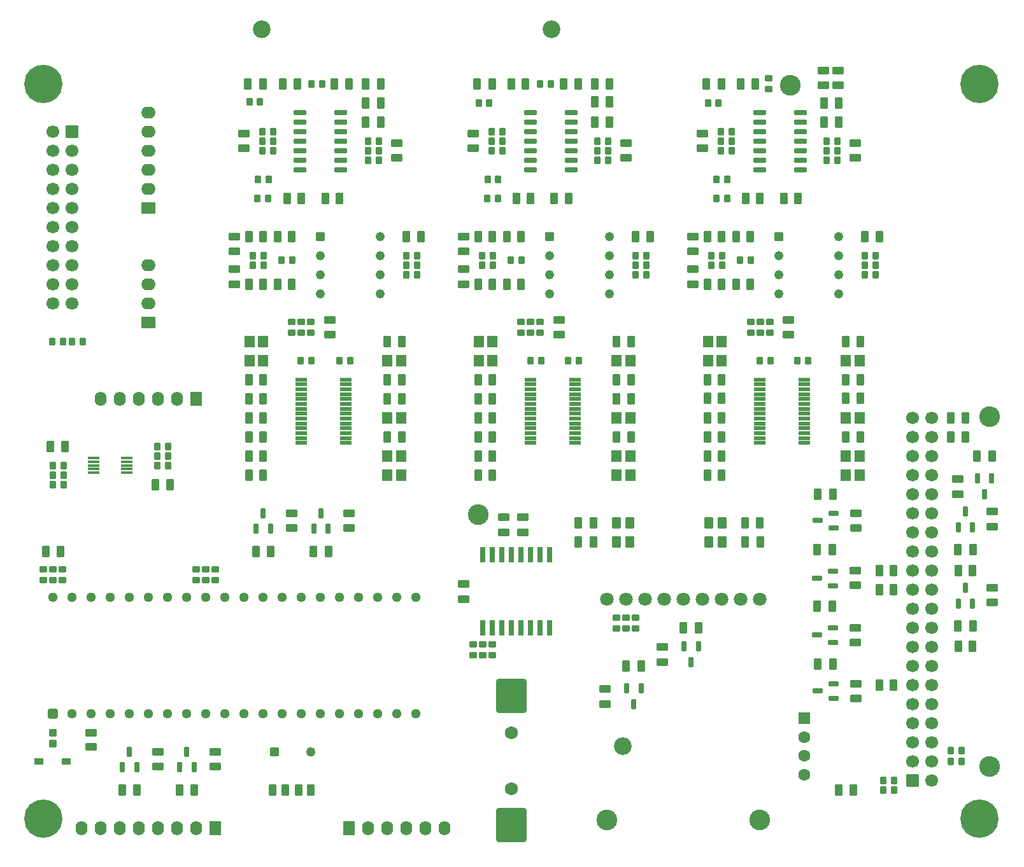
<source format=gts>
G04*
G04 #@! TF.GenerationSoftware,Altium Limited,Altium Designer,24.0.1 (36)*
G04*
G04 Layer_Color=8388736*
%FSLAX25Y25*%
%MOIN*%
G70*
G04*
G04 #@! TF.SameCoordinates,6CE9B50B-F2D6-4DCE-9069-AC167603FEEC*
G04*
G04*
G04 #@! TF.FilePolarity,Negative*
G04*
G01*
G75*
G04:AMPARAMS|DCode=30|XSize=51.18mil|YSize=29.53mil|CornerRadius=4.53mil|HoleSize=0mil|Usage=FLASHONLY|Rotation=270.000|XOffset=0mil|YOffset=0mil|HoleType=Round|Shape=RoundedRectangle|*
%AMROUNDEDRECTD30*
21,1,0.05118,0.02047,0,0,270.0*
21,1,0.04213,0.02953,0,0,270.0*
1,1,0.00906,-0.01024,-0.02106*
1,1,0.00906,-0.01024,0.02106*
1,1,0.00906,0.01024,0.02106*
1,1,0.00906,0.01024,-0.02106*
%
%ADD30ROUNDEDRECTD30*%
G04:AMPARAMS|DCode=31|XSize=51.18mil|YSize=29.53mil|CornerRadius=4.53mil|HoleSize=0mil|Usage=FLASHONLY|Rotation=180.000|XOffset=0mil|YOffset=0mil|HoleType=Round|Shape=RoundedRectangle|*
%AMROUNDEDRECTD31*
21,1,0.05118,0.02047,0,0,180.0*
21,1,0.04213,0.02953,0,0,180.0*
1,1,0.00906,-0.02106,0.01024*
1,1,0.00906,0.02106,0.01024*
1,1,0.00906,0.02106,-0.01024*
1,1,0.00906,-0.02106,-0.01024*
%
%ADD31ROUNDEDRECTD31*%
G04:AMPARAMS|DCode=32|XSize=63.98mil|YSize=29.53mil|CornerRadius=4.53mil|HoleSize=0mil|Usage=FLASHONLY|Rotation=0.000|XOffset=0mil|YOffset=0mil|HoleType=Round|Shape=RoundedRectangle|*
%AMROUNDEDRECTD32*
21,1,0.06398,0.02047,0,0,0.0*
21,1,0.05492,0.02953,0,0,0.0*
1,1,0.00906,0.02746,-0.01024*
1,1,0.00906,-0.02746,-0.01024*
1,1,0.00906,-0.02746,0.01024*
1,1,0.00906,0.02746,0.01024*
%
%ADD32ROUNDEDRECTD32*%
G04:AMPARAMS|DCode=33|XSize=80.71mil|YSize=29.53mil|CornerRadius=4.53mil|HoleSize=0mil|Usage=FLASHONLY|Rotation=90.000|XOffset=0mil|YOffset=0mil|HoleType=Round|Shape=RoundedRectangle|*
%AMROUNDEDRECTD33*
21,1,0.08071,0.02047,0,0,90.0*
21,1,0.07165,0.02953,0,0,90.0*
1,1,0.00906,0.01024,0.03583*
1,1,0.00906,0.01024,-0.03583*
1,1,0.00906,-0.01024,-0.03583*
1,1,0.00906,-0.01024,0.03583*
%
%ADD33ROUNDEDRECTD33*%
G04:AMPARAMS|DCode=34|XSize=62.01mil|YSize=21.65mil|CornerRadius=3.74mil|HoleSize=0mil|Usage=FLASHONLY|Rotation=0.000|XOffset=0mil|YOffset=0mil|HoleType=Round|Shape=RoundedRectangle|*
%AMROUNDEDRECTD34*
21,1,0.06201,0.01417,0,0,0.0*
21,1,0.05453,0.02165,0,0,0.0*
1,1,0.00748,0.02726,-0.00709*
1,1,0.00748,-0.02726,-0.00709*
1,1,0.00748,-0.02726,0.00709*
1,1,0.00748,0.02726,0.00709*
%
%ADD34ROUNDEDRECTD34*%
G04:AMPARAMS|DCode=35|XSize=59.06mil|YSize=15.75mil|CornerRadius=3.15mil|HoleSize=0mil|Usage=FLASHONLY|Rotation=0.000|XOffset=0mil|YOffset=0mil|HoleType=Round|Shape=RoundedRectangle|*
%AMROUNDEDRECTD35*
21,1,0.05906,0.00945,0,0,0.0*
21,1,0.05276,0.01575,0,0,0.0*
1,1,0.00630,0.02638,-0.00472*
1,1,0.00630,-0.02638,-0.00472*
1,1,0.00630,-0.02638,0.00472*
1,1,0.00630,0.02638,0.00472*
%
%ADD35ROUNDEDRECTD35*%
G04:AMPARAMS|DCode=36|XSize=49.21mil|YSize=35.43mil|CornerRadius=5.12mil|HoleSize=0mil|Usage=FLASHONLY|Rotation=180.000|XOffset=0mil|YOffset=0mil|HoleType=Round|Shape=RoundedRectangle|*
%AMROUNDEDRECTD36*
21,1,0.04921,0.02520,0,0,180.0*
21,1,0.03898,0.03543,0,0,180.0*
1,1,0.01024,-0.01949,0.01260*
1,1,0.01024,0.01949,0.01260*
1,1,0.01024,0.01949,-0.01260*
1,1,0.01024,-0.01949,-0.01260*
%
%ADD36ROUNDEDRECTD36*%
G04:AMPARAMS|DCode=37|XSize=61.02mil|YSize=43.31mil|CornerRadius=5.91mil|HoleSize=0mil|Usage=FLASHONLY|Rotation=90.000|XOffset=0mil|YOffset=0mil|HoleType=Round|Shape=RoundedRectangle|*
%AMROUNDEDRECTD37*
21,1,0.06102,0.03150,0,0,90.0*
21,1,0.04921,0.04331,0,0,90.0*
1,1,0.01181,0.01575,0.02461*
1,1,0.01181,0.01575,-0.02461*
1,1,0.01181,-0.01575,-0.02461*
1,1,0.01181,-0.01575,0.02461*
%
%ADD37ROUNDEDRECTD37*%
G04:AMPARAMS|DCode=38|XSize=61.02mil|YSize=43.31mil|CornerRadius=5.91mil|HoleSize=0mil|Usage=FLASHONLY|Rotation=180.000|XOffset=0mil|YOffset=0mil|HoleType=Round|Shape=RoundedRectangle|*
%AMROUNDEDRECTD38*
21,1,0.06102,0.03150,0,0,180.0*
21,1,0.04921,0.04331,0,0,180.0*
1,1,0.01181,-0.02461,0.01575*
1,1,0.01181,0.02461,0.01575*
1,1,0.01181,0.02461,-0.01575*
1,1,0.01181,-0.02461,-0.01575*
%
%ADD38ROUNDEDRECTD38*%
G04:AMPARAMS|DCode=39|XSize=58.66mil|YSize=41.73mil|CornerRadius=5.75mil|HoleSize=0mil|Usage=FLASHONLY|Rotation=270.000|XOffset=0mil|YOffset=0mil|HoleType=Round|Shape=RoundedRectangle|*
%AMROUNDEDRECTD39*
21,1,0.05866,0.03024,0,0,270.0*
21,1,0.04717,0.04173,0,0,270.0*
1,1,0.01150,-0.01512,-0.02358*
1,1,0.01150,-0.01512,0.02358*
1,1,0.01150,0.01512,0.02358*
1,1,0.01150,0.01512,-0.02358*
%
%ADD39ROUNDEDRECTD39*%
G04:AMPARAMS|DCode=40|XSize=40.95mil|YSize=35.43mil|CornerRadius=5.12mil|HoleSize=0mil|Usage=FLASHONLY|Rotation=0.000|XOffset=0mil|YOffset=0mil|HoleType=Round|Shape=RoundedRectangle|*
%AMROUNDEDRECTD40*
21,1,0.04095,0.02520,0,0,0.0*
21,1,0.03071,0.03543,0,0,0.0*
1,1,0.01024,0.01535,-0.01260*
1,1,0.01024,-0.01535,-0.01260*
1,1,0.01024,-0.01535,0.01260*
1,1,0.01024,0.01535,0.01260*
%
%ADD40ROUNDEDRECTD40*%
G04:AMPARAMS|DCode=41|XSize=40.95mil|YSize=35.43mil|CornerRadius=5.12mil|HoleSize=0mil|Usage=FLASHONLY|Rotation=90.000|XOffset=0mil|YOffset=0mil|HoleType=Round|Shape=RoundedRectangle|*
%AMROUNDEDRECTD41*
21,1,0.04095,0.02520,0,0,90.0*
21,1,0.03071,0.03543,0,0,90.0*
1,1,0.01024,0.01260,0.01535*
1,1,0.01024,0.01260,-0.01535*
1,1,0.01024,-0.01260,-0.01535*
1,1,0.01024,-0.01260,0.01535*
%
%ADD41ROUNDEDRECTD41*%
G04:AMPARAMS|DCode=42|XSize=181.1mil|YSize=161.42mil|CornerRadius=17.72mil|HoleSize=0mil|Usage=FLASHONLY|Rotation=90.000|XOffset=0mil|YOffset=0mil|HoleType=Round|Shape=RoundedRectangle|*
%AMROUNDEDRECTD42*
21,1,0.18110,0.12598,0,0,90.0*
21,1,0.14567,0.16142,0,0,90.0*
1,1,0.03543,0.06299,0.07284*
1,1,0.03543,0.06299,-0.07284*
1,1,0.03543,-0.06299,-0.07284*
1,1,0.03543,-0.06299,0.07284*
%
%ADD42ROUNDEDRECTD42*%
%ADD43R,0.05512X0.06299*%
G04:AMPARAMS|DCode=44|XSize=41.34mil|YSize=41.34mil|CornerRadius=6.64mil|HoleSize=0mil|Usage=FLASHONLY|Rotation=270.000|XOffset=0mil|YOffset=0mil|HoleType=Round|Shape=RoundedRectangle|*
%AMROUNDEDRECTD44*
21,1,0.04134,0.02805,0,0,270.0*
21,1,0.02805,0.04134,0,0,270.0*
1,1,0.01329,-0.01403,-0.01403*
1,1,0.01329,-0.01403,0.01403*
1,1,0.01329,0.01403,0.01403*
1,1,0.01329,0.01403,-0.01403*
%
%ADD44ROUNDEDRECTD44*%
G04:AMPARAMS|DCode=45|XSize=47.24mil|YSize=59.06mil|CornerRadius=7.38mil|HoleSize=0mil|Usage=FLASHONLY|Rotation=180.000|XOffset=0mil|YOffset=0mil|HoleType=Round|Shape=RoundedRectangle|*
%AMROUNDEDRECTD45*
21,1,0.04724,0.04429,0,0,180.0*
21,1,0.03248,0.05906,0,0,180.0*
1,1,0.01476,-0.01624,0.02215*
1,1,0.01476,0.01624,0.02215*
1,1,0.01476,0.01624,-0.02215*
1,1,0.01476,-0.01624,-0.02215*
%
%ADD45ROUNDEDRECTD45*%
G04:AMPARAMS|DCode=46|XSize=50.55mil|YSize=50.55mil|CornerRadius=6.63mil|HoleSize=0mil|Usage=FLASHONLY|Rotation=90.000|XOffset=0mil|YOffset=0mil|HoleType=Round|Shape=RoundedRectangle|*
%AMROUNDEDRECTD46*
21,1,0.05055,0.03729,0,0,90.0*
21,1,0.03729,0.05055,0,0,90.0*
1,1,0.01326,0.01865,0.01865*
1,1,0.01326,0.01865,-0.01865*
1,1,0.01326,-0.01865,-0.01865*
1,1,0.01326,-0.01865,0.01865*
%
%ADD46ROUNDEDRECTD46*%
%ADD47C,0.05055*%
G04:AMPARAMS|DCode=48|XSize=48.42mil|YSize=48.42mil|CornerRadius=6.42mil|HoleSize=0mil|Usage=FLASHONLY|Rotation=0.000|XOffset=0mil|YOffset=0mil|HoleType=Round|Shape=RoundedRectangle|*
%AMROUNDEDRECTD48*
21,1,0.04842,0.03559,0,0,0.0*
21,1,0.03559,0.04842,0,0,0.0*
1,1,0.01284,0.01780,-0.01780*
1,1,0.01284,-0.01780,-0.01780*
1,1,0.01284,-0.01780,0.01780*
1,1,0.01284,0.01780,0.01780*
%
%ADD48ROUNDEDRECTD48*%
%ADD49C,0.04842*%
%ADD50C,0.07087*%
%ADD51C,0.10843*%
G04:AMPARAMS|DCode=52|XSize=49.41mil|YSize=49.41mil|CornerRadius=6.52mil|HoleSize=0mil|Usage=FLASHONLY|Rotation=0.000|XOffset=0mil|YOffset=0mil|HoleType=Round|Shape=RoundedRectangle|*
%AMROUNDEDRECTD52*
21,1,0.04941,0.03638,0,0,0.0*
21,1,0.03638,0.04941,0,0,0.0*
1,1,0.01303,0.01819,-0.01819*
1,1,0.01303,-0.01819,-0.01819*
1,1,0.01303,-0.01819,0.01819*
1,1,0.01303,0.01819,0.01819*
%
%ADD52ROUNDEDRECTD52*%
%ADD53C,0.04941*%
G04:AMPARAMS|DCode=54|XSize=62.99mil|YSize=62.99mil|CornerRadius=7.87mil|HoleSize=0mil|Usage=FLASHONLY|Rotation=270.000|XOffset=0mil|YOffset=0mil|HoleType=Round|Shape=RoundedRectangle|*
%AMROUNDEDRECTD54*
21,1,0.06299,0.04724,0,0,270.0*
21,1,0.04724,0.06299,0,0,270.0*
1,1,0.01575,-0.02362,-0.02362*
1,1,0.01575,-0.02362,0.02362*
1,1,0.01575,0.02362,0.02362*
1,1,0.01575,0.02362,-0.02362*
%
%ADD54ROUNDEDRECTD54*%
%ADD55C,0.06299*%
%ADD56C,0.06906*%
%ADD57C,0.09268*%
%ADD58O,0.06299X0.07480*%
G04:AMPARAMS|DCode=59|XSize=62.99mil|YSize=74.8mil|CornerRadius=9.35mil|HoleSize=0mil|Usage=FLASHONLY|Rotation=0.000|XOffset=0mil|YOffset=0mil|HoleType=Round|Shape=RoundedRectangle|*
%AMROUNDEDRECTD59*
21,1,0.06299,0.05610,0,0,0.0*
21,1,0.04429,0.07480,0,0,0.0*
1,1,0.01870,0.02215,-0.02805*
1,1,0.01870,-0.02215,-0.02805*
1,1,0.01870,-0.02215,0.02805*
1,1,0.01870,0.02215,0.02805*
%
%ADD59ROUNDEDRECTD59*%
%ADD60C,0.06693*%
G04:AMPARAMS|DCode=61|XSize=66.93mil|YSize=66.93mil|CornerRadius=8.27mil|HoleSize=0mil|Usage=FLASHONLY|Rotation=270.000|XOffset=0mil|YOffset=0mil|HoleType=Round|Shape=RoundedRectangle|*
%AMROUNDEDRECTD61*
21,1,0.06693,0.05039,0,0,270.0*
21,1,0.05039,0.06693,0,0,270.0*
1,1,0.01654,-0.02520,-0.02520*
1,1,0.01654,-0.02520,0.02520*
1,1,0.01654,0.02520,0.02520*
1,1,0.01654,0.02520,-0.02520*
%
%ADD61ROUNDEDRECTD61*%
%ADD62O,0.07480X0.06299*%
G04:AMPARAMS|DCode=63|XSize=62.99mil|YSize=74.8mil|CornerRadius=7.87mil|HoleSize=0mil|Usage=FLASHONLY|Rotation=90.000|XOffset=0mil|YOffset=0mil|HoleType=Round|Shape=RoundedRectangle|*
%AMROUNDEDRECTD63*
21,1,0.06299,0.05906,0,0,90.0*
21,1,0.04724,0.07480,0,0,90.0*
1,1,0.01575,0.02953,0.02362*
1,1,0.01575,0.02953,-0.02362*
1,1,0.01575,-0.02953,-0.02362*
1,1,0.01575,-0.02953,0.02362*
%
%ADD63ROUNDEDRECTD63*%
%ADD64C,0.20079*%
D30*
X353937Y96988D02*
D03*
X350157Y105256D02*
D03*
X357716D02*
D03*
X327716Y83268D02*
D03*
X320157D02*
D03*
X323937Y75000D02*
D03*
X493701Y127602D02*
D03*
X501260D02*
D03*
X497480Y135870D02*
D03*
X56221Y41732D02*
D03*
X63779D02*
D03*
X60000Y50000D02*
D03*
X160197Y175000D02*
D03*
X163976Y166732D02*
D03*
X156417D02*
D03*
X511299Y193268D02*
D03*
X503740D02*
D03*
X507520Y185000D02*
D03*
X493701Y167441D02*
D03*
X501260D02*
D03*
X497480Y175709D02*
D03*
X130000Y175000D02*
D03*
X133780Y166732D02*
D03*
X126221D02*
D03*
X86221Y41732D02*
D03*
X93779D02*
D03*
X90000Y50000D02*
D03*
D31*
X420354Y171063D02*
D03*
X428622Y174843D02*
D03*
Y167283D02*
D03*
X420000Y111063D02*
D03*
X428268Y114842D02*
D03*
Y107283D02*
D03*
X420000Y140709D02*
D03*
X428268Y144488D02*
D03*
Y136929D02*
D03*
X420354Y81732D02*
D03*
X428622Y85512D02*
D03*
Y77953D02*
D03*
D32*
X170677Y385000D02*
D03*
Y380000D02*
D03*
Y375000D02*
D03*
Y370000D02*
D03*
Y365000D02*
D03*
Y360000D02*
D03*
Y355000D02*
D03*
X149323D02*
D03*
Y360000D02*
D03*
Y365000D02*
D03*
Y370000D02*
D03*
Y375000D02*
D03*
Y380000D02*
D03*
Y385000D02*
D03*
X270000D02*
D03*
Y380000D02*
D03*
Y375000D02*
D03*
Y370000D02*
D03*
Y365000D02*
D03*
Y360000D02*
D03*
Y355000D02*
D03*
X291354D02*
D03*
Y360000D02*
D03*
Y365000D02*
D03*
Y370000D02*
D03*
Y375000D02*
D03*
Y380000D02*
D03*
Y385000D02*
D03*
X411354D02*
D03*
Y380000D02*
D03*
Y375000D02*
D03*
Y370000D02*
D03*
Y365000D02*
D03*
Y360000D02*
D03*
Y355000D02*
D03*
X390000D02*
D03*
Y360000D02*
D03*
Y365000D02*
D03*
Y370000D02*
D03*
Y375000D02*
D03*
Y380000D02*
D03*
Y385000D02*
D03*
D33*
X245000Y115000D02*
D03*
X250000D02*
D03*
X255000D02*
D03*
X260000D02*
D03*
X265000D02*
D03*
X270000D02*
D03*
X275000D02*
D03*
X280000D02*
D03*
Y153189D02*
D03*
X275000D02*
D03*
X270000D02*
D03*
X265000D02*
D03*
X260000D02*
D03*
X255000D02*
D03*
X250000D02*
D03*
X245000D02*
D03*
D34*
X150000Y245000D02*
D03*
Y242441D02*
D03*
Y239882D02*
D03*
Y237323D02*
D03*
Y234764D02*
D03*
Y232205D02*
D03*
Y229646D02*
D03*
Y227087D02*
D03*
Y224528D02*
D03*
Y221969D02*
D03*
Y219409D02*
D03*
Y216850D02*
D03*
Y214291D02*
D03*
Y211732D02*
D03*
X173134D02*
D03*
Y214291D02*
D03*
Y216850D02*
D03*
Y219409D02*
D03*
Y221969D02*
D03*
Y224528D02*
D03*
Y227087D02*
D03*
Y229646D02*
D03*
Y232205D02*
D03*
Y234764D02*
D03*
Y237323D02*
D03*
Y239882D02*
D03*
Y242441D02*
D03*
Y245000D02*
D03*
X270000D02*
D03*
Y242441D02*
D03*
Y239882D02*
D03*
Y237323D02*
D03*
Y234764D02*
D03*
Y232205D02*
D03*
Y229646D02*
D03*
Y227087D02*
D03*
Y224528D02*
D03*
Y221969D02*
D03*
Y219409D02*
D03*
Y216850D02*
D03*
Y214291D02*
D03*
Y211732D02*
D03*
X293134D02*
D03*
Y214291D02*
D03*
Y216850D02*
D03*
Y219409D02*
D03*
Y221969D02*
D03*
Y224528D02*
D03*
Y227087D02*
D03*
Y229646D02*
D03*
Y232205D02*
D03*
Y234764D02*
D03*
Y237323D02*
D03*
Y239882D02*
D03*
Y242441D02*
D03*
Y245000D02*
D03*
X390000D02*
D03*
Y242441D02*
D03*
Y239882D02*
D03*
Y237323D02*
D03*
Y234764D02*
D03*
Y232205D02*
D03*
Y229646D02*
D03*
Y227087D02*
D03*
Y224528D02*
D03*
Y221969D02*
D03*
Y219409D02*
D03*
Y216850D02*
D03*
Y214291D02*
D03*
Y211732D02*
D03*
X413134D02*
D03*
Y214291D02*
D03*
Y216850D02*
D03*
Y219409D02*
D03*
Y221969D02*
D03*
Y224528D02*
D03*
Y227087D02*
D03*
Y229646D02*
D03*
Y232205D02*
D03*
Y234764D02*
D03*
Y237323D02*
D03*
Y239882D02*
D03*
Y242441D02*
D03*
Y245000D02*
D03*
D35*
X41339Y203937D02*
D03*
Y201969D02*
D03*
Y200000D02*
D03*
Y198031D02*
D03*
Y196063D02*
D03*
X58661D02*
D03*
Y198031D02*
D03*
Y200000D02*
D03*
Y201969D02*
D03*
Y203937D02*
D03*
D36*
X12433Y45000D02*
D03*
X27000D02*
D03*
D37*
X26142Y210000D02*
D03*
X18661D02*
D03*
X81142Y190000D02*
D03*
X73661D02*
D03*
X23740Y155000D02*
D03*
X16260D02*
D03*
X460000Y85000D02*
D03*
X452520D02*
D03*
X493740Y105256D02*
D03*
X501220D02*
D03*
X460000Y135000D02*
D03*
X452520D02*
D03*
X460000Y145000D02*
D03*
X452520D02*
D03*
X501221Y144961D02*
D03*
X493740D02*
D03*
X497480Y215000D02*
D03*
X490000D02*
D03*
X497480Y225000D02*
D03*
X490000D02*
D03*
X130000Y295000D02*
D03*
X122520D02*
D03*
X145000D02*
D03*
X137520D02*
D03*
X202480Y265000D02*
D03*
X195000D02*
D03*
X202480Y245000D02*
D03*
X195000D02*
D03*
X130000D02*
D03*
X122520D02*
D03*
X202480Y235000D02*
D03*
X195000D02*
D03*
X130000D02*
D03*
X122520D02*
D03*
X162520Y340000D02*
D03*
X170000D02*
D03*
X142520D02*
D03*
X150000D02*
D03*
X130000Y225000D02*
D03*
X122520D02*
D03*
X202480Y215000D02*
D03*
X195000D02*
D03*
X147770Y400000D02*
D03*
X140290D02*
D03*
X130000Y215000D02*
D03*
X122520D02*
D03*
X130000Y205000D02*
D03*
X122520D02*
D03*
X130000Y195000D02*
D03*
X122520D02*
D03*
X130000Y320000D02*
D03*
X122520D02*
D03*
X145000D02*
D03*
X137520D02*
D03*
X205000D02*
D03*
X212480D02*
D03*
X250000Y295000D02*
D03*
X242520D02*
D03*
X265000D02*
D03*
X257520D02*
D03*
X322480Y265000D02*
D03*
X315000D02*
D03*
X322480Y245000D02*
D03*
X315000D02*
D03*
X250000D02*
D03*
X242520D02*
D03*
X322480Y235000D02*
D03*
X315000D02*
D03*
X250000Y234764D02*
D03*
X242520D02*
D03*
X282323Y340000D02*
D03*
X289803D02*
D03*
X262520D02*
D03*
X270000D02*
D03*
X250000Y225000D02*
D03*
X242520D02*
D03*
X322480Y215000D02*
D03*
X315000D02*
D03*
X267284Y400000D02*
D03*
X259803D02*
D03*
X250000Y215000D02*
D03*
X242520D02*
D03*
X250000Y205000D02*
D03*
X242520D02*
D03*
X250000Y195000D02*
D03*
X242520D02*
D03*
X250000Y320000D02*
D03*
X242520D02*
D03*
X265000D02*
D03*
X257520D02*
D03*
X325000D02*
D03*
X332480D02*
D03*
X370000Y295000D02*
D03*
X362520D02*
D03*
X385000D02*
D03*
X377520D02*
D03*
X442480Y265000D02*
D03*
X435000D02*
D03*
X442480Y245000D02*
D03*
X435000D02*
D03*
X370000D02*
D03*
X362520D02*
D03*
X442480Y235059D02*
D03*
X435000D02*
D03*
X370000D02*
D03*
X362520D02*
D03*
X402520Y340000D02*
D03*
X410000D02*
D03*
X382520D02*
D03*
X390000D02*
D03*
X370000Y225000D02*
D03*
X362520D02*
D03*
X442480Y215000D02*
D03*
X435000D02*
D03*
X387480Y400000D02*
D03*
X380000D02*
D03*
X370000Y215000D02*
D03*
X362520D02*
D03*
X370000Y205000D02*
D03*
X362520D02*
D03*
X370000Y195000D02*
D03*
X362520D02*
D03*
X370000Y320000D02*
D03*
X362520D02*
D03*
X385000D02*
D03*
X377520D02*
D03*
X445000D02*
D03*
X452480D02*
D03*
X350000Y114803D02*
D03*
X357874D02*
D03*
X320000Y95000D02*
D03*
X327874D02*
D03*
X420354Y185000D02*
D03*
X428228D02*
D03*
X501417Y115870D02*
D03*
X493543D02*
D03*
X420000Y126063D02*
D03*
X427874D02*
D03*
X302874Y160000D02*
D03*
X295000D02*
D03*
X63937Y30000D02*
D03*
X56063D02*
D03*
X164134Y155000D02*
D03*
X156260D02*
D03*
X438937Y30000D02*
D03*
X431063D02*
D03*
X503583Y205000D02*
D03*
X511457D02*
D03*
X302874Y170000D02*
D03*
X295000D02*
D03*
X382323Y160000D02*
D03*
X390197D02*
D03*
X420000Y155709D02*
D03*
X427874D02*
D03*
X501417Y155709D02*
D03*
X493543D02*
D03*
X133937Y155000D02*
D03*
X126063D02*
D03*
X93937Y30000D02*
D03*
X86063D02*
D03*
X382126Y170000D02*
D03*
X390000D02*
D03*
X420354Y96024D02*
D03*
X428228D02*
D03*
X129803Y400000D02*
D03*
X121929D02*
D03*
X175000D02*
D03*
X167126D02*
D03*
X183661D02*
D03*
X191535D02*
D03*
X183661Y380000D02*
D03*
X191535D02*
D03*
X183661Y390000D02*
D03*
X191535D02*
D03*
X249803Y400000D02*
D03*
X241929D02*
D03*
X295000D02*
D03*
X287126D02*
D03*
X303386D02*
D03*
X311260D02*
D03*
X303386Y380000D02*
D03*
X311260D02*
D03*
X303386Y390400D02*
D03*
X311260D02*
D03*
X369803Y400000D02*
D03*
X361929D02*
D03*
X423386Y380000D02*
D03*
X431260D02*
D03*
X423386Y390000D02*
D03*
X431260D02*
D03*
D38*
X40000Y60000D02*
D03*
Y52520D02*
D03*
X120000Y373819D02*
D03*
Y366339D02*
D03*
X200000Y368819D02*
D03*
Y361339D02*
D03*
X165000Y276142D02*
D03*
Y268661D02*
D03*
X240000Y373740D02*
D03*
Y366260D02*
D03*
X320000Y368740D02*
D03*
Y361260D02*
D03*
X285000Y276142D02*
D03*
Y268661D02*
D03*
X360000Y373740D02*
D03*
Y366260D02*
D03*
X440000Y368740D02*
D03*
Y361260D02*
D03*
X405000Y276142D02*
D03*
Y268661D02*
D03*
X256000Y172874D02*
D03*
Y165000D02*
D03*
X265803Y172874D02*
D03*
Y165000D02*
D03*
X338937Y96988D02*
D03*
Y104862D02*
D03*
X235000Y137874D02*
D03*
Y130000D02*
D03*
X308937Y75000D02*
D03*
Y82874D02*
D03*
X440354Y175000D02*
D03*
Y167126D02*
D03*
X511457Y135909D02*
D03*
Y128035D02*
D03*
X440000Y115000D02*
D03*
Y107126D02*
D03*
X75000Y50000D02*
D03*
Y42126D02*
D03*
X175000Y175000D02*
D03*
Y167126D02*
D03*
X493583Y185000D02*
D03*
Y192874D02*
D03*
X440000Y145000D02*
D03*
Y137126D02*
D03*
X511417Y175748D02*
D03*
Y167874D02*
D03*
X145000Y175000D02*
D03*
Y167126D02*
D03*
X105000Y50000D02*
D03*
Y42126D02*
D03*
X440354Y85669D02*
D03*
Y77795D02*
D03*
X115000Y295000D02*
D03*
Y302874D02*
D03*
Y312126D02*
D03*
Y320000D02*
D03*
X235000Y295000D02*
D03*
Y302874D02*
D03*
Y312126D02*
D03*
Y320000D02*
D03*
X355000Y295000D02*
D03*
Y302874D02*
D03*
X423063Y399063D02*
D03*
Y406937D02*
D03*
X355000Y312126D02*
D03*
Y320000D02*
D03*
X431000Y399063D02*
D03*
Y406937D02*
D03*
D39*
X141457Y30000D02*
D03*
X135000D02*
D03*
X148543D02*
D03*
X155000D02*
D03*
D40*
X325000Y120197D02*
D03*
Y114606D02*
D03*
X320000Y120197D02*
D03*
Y114606D02*
D03*
X314803Y120197D02*
D03*
Y114606D02*
D03*
X250000Y106106D02*
D03*
Y100516D02*
D03*
X245000Y106106D02*
D03*
Y100516D02*
D03*
X239803Y106106D02*
D03*
Y100516D02*
D03*
X95000Y139803D02*
D03*
Y145394D02*
D03*
X100000Y139803D02*
D03*
Y145394D02*
D03*
X105000Y139803D02*
D03*
Y145394D02*
D03*
X15000Y139803D02*
D03*
Y145394D02*
D03*
X20000Y139803D02*
D03*
Y145394D02*
D03*
X25000Y139803D02*
D03*
Y145394D02*
D03*
X145000Y275197D02*
D03*
Y269606D02*
D03*
X150000Y275197D02*
D03*
Y269606D02*
D03*
X155000Y275197D02*
D03*
Y269606D02*
D03*
X265000Y275197D02*
D03*
Y269606D02*
D03*
X270000Y275197D02*
D03*
Y269606D02*
D03*
X275000Y275197D02*
D03*
Y269606D02*
D03*
X394402Y397205D02*
D03*
Y402795D02*
D03*
X385197Y275197D02*
D03*
Y269606D02*
D03*
X390197Y275197D02*
D03*
Y269606D02*
D03*
X395197Y275197D02*
D03*
Y269606D02*
D03*
D41*
X19803Y200000D02*
D03*
X25394D02*
D03*
X19803Y195000D02*
D03*
X25394D02*
D03*
X19803Y190000D02*
D03*
X25394D02*
D03*
X19606Y265000D02*
D03*
X25197D02*
D03*
X35394D02*
D03*
X29803D02*
D03*
X80197Y200000D02*
D03*
X74606D02*
D03*
X80197Y205000D02*
D03*
X74606D02*
D03*
X80197Y210000D02*
D03*
X74606D02*
D03*
X460197Y35000D02*
D03*
X454606D02*
D03*
X460197Y30000D02*
D03*
X454606D02*
D03*
X489803Y45000D02*
D03*
X495394D02*
D03*
X489803Y50472D02*
D03*
X495394D02*
D03*
X127205Y350000D02*
D03*
X132795D02*
D03*
X135197Y375000D02*
D03*
X129606D02*
D03*
X135197Y370000D02*
D03*
X129606D02*
D03*
X135197Y365000D02*
D03*
X129606D02*
D03*
X184803Y370000D02*
D03*
X190394D02*
D03*
X184803Y365000D02*
D03*
X190394D02*
D03*
X184803Y360000D02*
D03*
X190394D02*
D03*
X122716Y390400D02*
D03*
X128307D02*
D03*
X124606Y305000D02*
D03*
X130197D02*
D03*
X149606Y255000D02*
D03*
X155197D02*
D03*
X175394D02*
D03*
X169803D02*
D03*
X145197Y307437D02*
D03*
X139606D02*
D03*
X130197Y310000D02*
D03*
X124606D02*
D03*
X132598Y340000D02*
D03*
X127008D02*
D03*
X155229Y400000D02*
D03*
X160820D02*
D03*
X204803Y300000D02*
D03*
X210394D02*
D03*
X204803Y305000D02*
D03*
X210394D02*
D03*
X204803Y310000D02*
D03*
X210394D02*
D03*
X247402Y350000D02*
D03*
X252992D02*
D03*
X255197Y375000D02*
D03*
X249606D02*
D03*
X255197Y370000D02*
D03*
X249606D02*
D03*
X255197Y365000D02*
D03*
X249606D02*
D03*
X304803Y370000D02*
D03*
X310394D02*
D03*
X304803Y365000D02*
D03*
X310394D02*
D03*
X304803Y360000D02*
D03*
X310394D02*
D03*
X242717Y390000D02*
D03*
X248307D02*
D03*
X244606Y305000D02*
D03*
X250197D02*
D03*
X269803Y255000D02*
D03*
X275394D02*
D03*
X295197D02*
D03*
X289606D02*
D03*
X265197Y307437D02*
D03*
X259606D02*
D03*
X250197Y310000D02*
D03*
X244606D02*
D03*
X252795Y340000D02*
D03*
X247205D02*
D03*
X274803Y400000D02*
D03*
X280394D02*
D03*
X324803Y310000D02*
D03*
X330394D02*
D03*
X324803Y305000D02*
D03*
X330394D02*
D03*
X324803Y300000D02*
D03*
X330394D02*
D03*
X367205Y350000D02*
D03*
X372795D02*
D03*
X375197Y375000D02*
D03*
X369606D02*
D03*
X375197Y370000D02*
D03*
X369606D02*
D03*
X375197Y365000D02*
D03*
X369606D02*
D03*
X424803Y370000D02*
D03*
X430394D02*
D03*
X424803Y365000D02*
D03*
X430394D02*
D03*
X424803Y360000D02*
D03*
X430394D02*
D03*
X362717Y390000D02*
D03*
X368307D02*
D03*
X364606Y305000D02*
D03*
X370197D02*
D03*
X389803Y255000D02*
D03*
X395394D02*
D03*
X415197D02*
D03*
X409606D02*
D03*
X385197Y307437D02*
D03*
X379606D02*
D03*
X370197Y310000D02*
D03*
X364606D02*
D03*
X372795Y340000D02*
D03*
X367205D02*
D03*
X444803Y310000D02*
D03*
X450394D02*
D03*
X444803Y305000D02*
D03*
X450394D02*
D03*
X444803Y300000D02*
D03*
X450394D02*
D03*
D42*
X260000Y11378D02*
D03*
Y79094D02*
D03*
D43*
X442087Y195000D02*
D03*
X435000D02*
D03*
X442087Y205000D02*
D03*
X435000D02*
D03*
X442087Y225000D02*
D03*
X435000D02*
D03*
X442087Y255000D02*
D03*
X435000D02*
D03*
X370000D02*
D03*
X362913D02*
D03*
X370000Y265000D02*
D03*
X362913D02*
D03*
X322087Y255000D02*
D03*
X315000D02*
D03*
X322087Y225000D02*
D03*
X315000D02*
D03*
X322087Y205000D02*
D03*
X315000D02*
D03*
X322087Y195000D02*
D03*
X315000D02*
D03*
X250000Y265000D02*
D03*
X242913D02*
D03*
X250000Y255000D02*
D03*
X242913D02*
D03*
X202087Y195000D02*
D03*
X195000D02*
D03*
X202087Y205000D02*
D03*
X195000D02*
D03*
X202087Y225000D02*
D03*
X195000D02*
D03*
X202087Y255000D02*
D03*
X195000D02*
D03*
X130000Y265000D02*
D03*
X122913D02*
D03*
X129803Y255000D02*
D03*
X122717D02*
D03*
D44*
X20000Y60000D02*
D03*
Y54291D02*
D03*
D45*
X321890Y160000D02*
D03*
X315000D02*
D03*
Y170000D02*
D03*
X321890D02*
D03*
X363307Y160000D02*
D03*
X370197D02*
D03*
Y170000D02*
D03*
X363307D02*
D03*
D46*
X20000Y70000D02*
D03*
D47*
X30000D02*
D03*
X40000D02*
D03*
X50000D02*
D03*
X60000D02*
D03*
X70000D02*
D03*
X80000D02*
D03*
X90000D02*
D03*
X100000D02*
D03*
X110000D02*
D03*
X120000D02*
D03*
X130000D02*
D03*
X140000D02*
D03*
X150000D02*
D03*
X160000D02*
D03*
X170000D02*
D03*
X180000D02*
D03*
X190000D02*
D03*
X200000D02*
D03*
X210000D02*
D03*
Y130748D02*
D03*
X200000D02*
D03*
X190000D02*
D03*
X180000D02*
D03*
X170000D02*
D03*
X160000D02*
D03*
X150000D02*
D03*
X140000D02*
D03*
X130000D02*
D03*
X120000D02*
D03*
X110000D02*
D03*
X100000D02*
D03*
X90000D02*
D03*
X80000D02*
D03*
X70000D02*
D03*
X60000D02*
D03*
X50000D02*
D03*
X40000D02*
D03*
X30000D02*
D03*
X20000D02*
D03*
D48*
X160000Y320000D02*
D03*
X280000D02*
D03*
X400000D02*
D03*
D49*
X160000Y310000D02*
D03*
Y300000D02*
D03*
Y290000D02*
D03*
X191260D02*
D03*
Y300000D02*
D03*
Y310000D02*
D03*
Y320000D02*
D03*
X280000Y310000D02*
D03*
Y300000D02*
D03*
Y290000D02*
D03*
X311260D02*
D03*
Y300000D02*
D03*
Y310000D02*
D03*
Y320000D02*
D03*
X400000Y310000D02*
D03*
Y300000D02*
D03*
Y290000D02*
D03*
X431260D02*
D03*
Y300000D02*
D03*
Y310000D02*
D03*
Y320000D02*
D03*
D50*
X390000Y130000D02*
D03*
X380000D02*
D03*
X370000D02*
D03*
X360000D02*
D03*
X350000D02*
D03*
X340000D02*
D03*
X330000D02*
D03*
X320000D02*
D03*
X310000D02*
D03*
D51*
X390000Y14055D02*
D03*
X310000D02*
D03*
X242441Y174118D02*
D03*
X405857Y399036D02*
D03*
X510157Y42205D02*
D03*
X510157Y225669D02*
D03*
D52*
X135787Y50000D02*
D03*
D53*
X155000D02*
D03*
D54*
X413315Y67528D02*
D03*
D55*
Y57685D02*
D03*
Y47842D02*
D03*
Y38000D02*
D03*
D56*
X260000Y60000D02*
D03*
Y30472D02*
D03*
D57*
X318236Y52764D02*
D03*
X129173Y428445D02*
D03*
X280827D02*
D03*
D58*
X225000Y10000D02*
D03*
X215000D02*
D03*
X205000D02*
D03*
X195000D02*
D03*
X185000D02*
D03*
X45000Y235000D02*
D03*
X55000D02*
D03*
X65000D02*
D03*
X75000D02*
D03*
X85000D02*
D03*
X35000Y10000D02*
D03*
X45000D02*
D03*
X55000D02*
D03*
X65000D02*
D03*
X75000D02*
D03*
X85000D02*
D03*
X95000D02*
D03*
D59*
X175000D02*
D03*
X95000Y235000D02*
D03*
X105000Y10000D02*
D03*
D60*
X20000Y365000D02*
D03*
X30000D02*
D03*
X20000Y375000D02*
D03*
Y355000D02*
D03*
Y345000D02*
D03*
Y335000D02*
D03*
Y325000D02*
D03*
Y315000D02*
D03*
Y305000D02*
D03*
Y295000D02*
D03*
Y285000D02*
D03*
X30000Y355000D02*
D03*
Y345000D02*
D03*
Y335000D02*
D03*
Y325000D02*
D03*
Y315000D02*
D03*
Y305000D02*
D03*
Y295000D02*
D03*
Y285000D02*
D03*
X480000Y45000D02*
D03*
X470000D02*
D03*
X480000Y35000D02*
D03*
Y55000D02*
D03*
Y65000D02*
D03*
Y75000D02*
D03*
Y85000D02*
D03*
Y95000D02*
D03*
Y105000D02*
D03*
Y115000D02*
D03*
Y125000D02*
D03*
Y135000D02*
D03*
Y145000D02*
D03*
Y155000D02*
D03*
Y165000D02*
D03*
Y175000D02*
D03*
Y185000D02*
D03*
Y195000D02*
D03*
Y205000D02*
D03*
Y215000D02*
D03*
Y225000D02*
D03*
X470000Y55000D02*
D03*
Y65000D02*
D03*
Y75000D02*
D03*
Y85000D02*
D03*
Y95000D02*
D03*
Y105000D02*
D03*
Y115000D02*
D03*
Y125000D02*
D03*
Y135000D02*
D03*
Y145000D02*
D03*
Y155000D02*
D03*
Y165000D02*
D03*
Y175000D02*
D03*
Y185000D02*
D03*
Y195000D02*
D03*
Y205000D02*
D03*
Y215000D02*
D03*
Y225000D02*
D03*
D61*
X30000Y375000D02*
D03*
X470000Y35000D02*
D03*
D62*
X70000Y355000D02*
D03*
Y345000D02*
D03*
Y365000D02*
D03*
Y375000D02*
D03*
Y385000D02*
D03*
Y285000D02*
D03*
Y295000D02*
D03*
Y305000D02*
D03*
D63*
Y335000D02*
D03*
Y275000D02*
D03*
D64*
X505000Y400000D02*
D03*
Y15000D02*
D03*
X15000Y400000D02*
D03*
Y15000D02*
D03*
M02*

</source>
